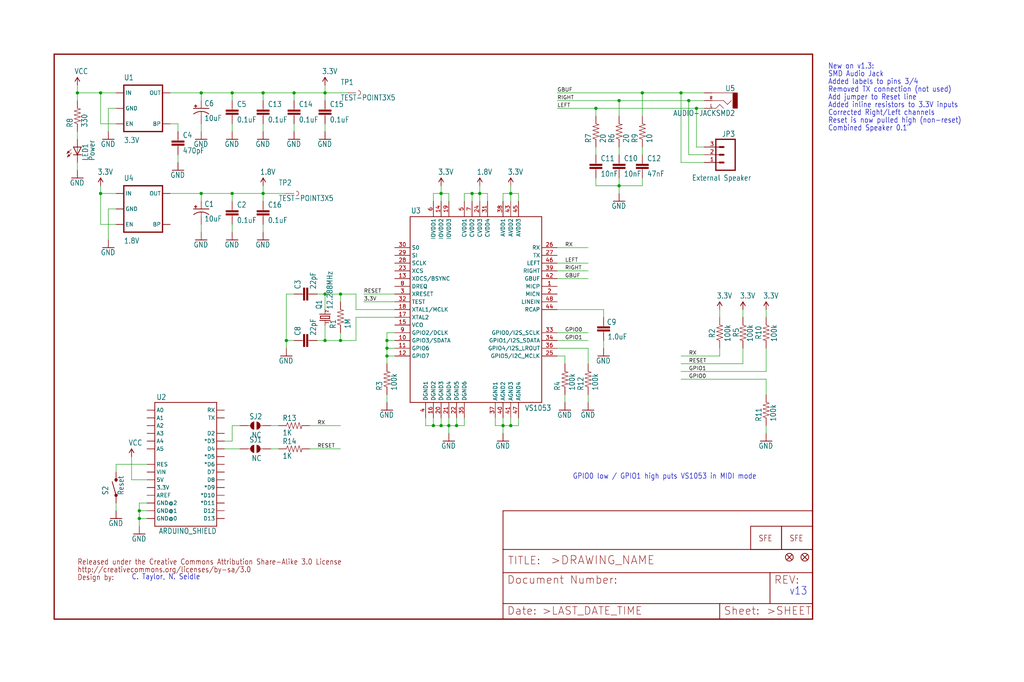
<source format=kicad_sch>
(kicad_sch (version 20211123) (generator eeschema)
  (paper "User" 336.093 223.926)
  (lib_symbols
    (symbol "schematicEagle-eagle-import:1.8V" (power)
      (property "Value" "1.8V" (at -1.016 3.556 0))
      (symbol "1.8V_1_0"
        (pin power_in line (at 0 0 90) (length 2.54) (name "1.8V") (number "1"))
      )
    )
    (symbol "schematicEagle-eagle-import:3.3V" (power)
      (property "Value" "3.3V" (at -1.016 3.556 0))
      (symbol "3.3V_1_0"
        (pin power_in line (at 0 0 90) (length 2.54) (name "3.3V") (number "1"))
      )
    )
    (symbol "schematicEagle-eagle-import:ARDUINO_SHIELDLABEL"
      (property "Reference" "U" (at -9.652 21.082 0))
      (property "Value" "ARDUINO_SHIELDLABEL" (at -8.89 -22.86 0))
      (symbol "ARDUINO_SHIELDLABEL_1_0"
        (pin bidirectional line (at -12.7 -7.62 0) (length 2.54) (name "3.3V") (number "3.3V"))
        (pin bidirectional line (at -12.7 -5.08 0) (length 2.54) (name "5V") (number "5V"))
        (pin bidirectional line (at -12.7 17.78 0) (length 2.54) (name "A0") (number "A0"))
        (pin bidirectional line (at -12.7 15.24 0) (length 2.54) (name "A1") (number "A1"))
        (pin bidirectional line (at -12.7 12.7 0) (length 2.54) (name "A2") (number "A2"))
        (pin bidirectional line (at -12.7 10.16 0) (length 2.54) (name "A3") (number "A3"))
        (pin bidirectional line (at -12.7 7.62 0) (length 2.54) (name "A4") (number "A4"))
        (pin bidirectional line (at -12.7 5.08 0) (length 2.54) (name "A5") (number "A5"))
        (pin bidirectional line (at -12.7 -10.16 0) (length 2.54) (name "AREF") (number "AREF"))
        (pin bidirectional line (at 12.7 -10.16 180) (length 2.54) (name "*D10") (number "D10"))
        (pin bidirectional line (at 12.7 -12.7 180) (length 2.54) (name "*D11") (number "D11"))
        (pin bidirectional line (at 12.7 -15.24 180) (length 2.54) (name "D12") (number "D12"))
        (pin bidirectional line (at 12.7 -17.78 180) (length 2.54) (name "D13") (number "D13"))
        (pin bidirectional line (at 12.7 10.16 180) (length 2.54) (name "D2") (number "D2"))
        (pin bidirectional line (at 12.7 7.62 180) (length 2.54) (name "*D3") (number "D3"))
        (pin bidirectional line (at 12.7 5.08 180) (length 2.54) (name "D4") (number "D4"))
        (pin bidirectional line (at 12.7 2.54 180) (length 2.54) (name "*D5") (number "D5"))
        (pin bidirectional line (at 12.7 0 180) (length 2.54) (name "*D6") (number "D6"))
        (pin bidirectional line (at 12.7 -2.54 180) (length 2.54) (name "D7") (number "D7"))
        (pin bidirectional line (at 12.7 -5.08 180) (length 2.54) (name "D8") (number "D8"))
        (pin bidirectional line (at 12.7 -7.62 180) (length 2.54) (name "*D9") (number "D9"))
        (pin bidirectional line (at -12.7 -17.78 0) (length 2.54) (name "GND@0") (number "GND@0"))
        (pin bidirectional line (at -12.7 -15.24 0) (length 2.54) (name "GND@1") (number "GND@1"))
        (pin bidirectional line (at -12.7 -12.7 0) (length 2.54) (name "GND@2") (number "GND@2"))
        (pin bidirectional line (at -12.7 0 0) (length 2.54) (name "RES") (number "RES"))
        (pin bidirectional line (at 12.7 17.78 180) (length 2.54) (name "RX") (number "RX"))
        (pin bidirectional line (at 12.7 15.24 180) (length 2.54) (name "TX") (number "TX"))
        (pin bidirectional line (at -12.7 -2.54 0) (length 2.54) (name "VIN") (number "VIN"))
      )
    )
    (symbol "schematicEagle-eagle-import:AUDIO-JACKSMD2"
      (property "Reference" "U" (at -5.08 3.048 0))
      (property "Value" "AUDIO-JACKSMD2" (at -5.08 -5.08 0))
      (symbol "AUDIO-JACKSMD2_1_0"
        (text "L" (at 2.286 -2.286 0) (effects (font (size 1.016 0.8636) (thickness 0.1727) bold) (justify left bottom)))
        (text "R" (at 2.286 0.254 0) (effects (font (size 1.016 0.8636) (thickness 0.1727) bold) (justify left bottom)))
        (pin bidirectional line (at 5.08 0 180) (length 2.54) (name "RIGHT") (number "RING"))
        (pin bidirectional line (at 5.08 2.54 180) (length 2.54) (name "SLEEVE") (number "SLEEVE"))
        (pin bidirectional line (at 5.08 -2.54 180) (length 2.54) (name "LEFT") (number "TIP"))
      )
    )
    (symbol "schematicEagle-eagle-import:CAP0402-CAP"
      (property "Reference" "C" (at 1.524 2.921 0))
      (property "Value" "CAP0402-CAP" (at 1.524 -2.159 0))
      (symbol "CAP0402-CAP_1_0"
        (pin passive line (at 0 5.08 270) (length 2.54) (name "1") (number "1"))
        (pin passive line (at 0 -2.54 90) (length 2.54) (name "2") (number "2"))
      )
    )
    (symbol "schematicEagle-eagle-import:CAP_POL1206"
      (property "Reference" "C" (at 1.016 0.635 0))
      (property "Value" "CAP_POL1206" (at 1.016 -4.191 0))
      (symbol "CAP_POL1206_1_0"
        (pin passive line (at 0 2.54 270) (length 2.54) (name "+") (number "A"))
        (pin passive line (at 0 -5.08 90) (length 2.54) (name "-") (number "C"))
      )
    )
    (symbol "schematicEagle-eagle-import:CREATIVE_COMMONS"
      (symbol "CREATIVE_COMMONS_1_0"
        (text "Design by:" (at 0 0 0) (effects (font (size 1.778 1.5113)) (justify left bottom)))
        (text "http://creativecommons.org/licenses/by-sa/3.0" (at 0 2.54 0) (effects (font (size 1.778 1.5113)) (justify left bottom)))
        (text "Released under the Creative Commons Attribution Share-Alike 3.0 License" (at 0 5.08 0) (effects (font (size 1.778 1.5113)) (justify left bottom)))
      )
    )
    (symbol "schematicEagle-eagle-import:CRYSTAL5X3"
      (property "Reference" "Y" (at 2.54 1.016 0))
      (property "Value" "CRYSTAL5X3" (at 2.54 -2.54 0))
      (symbol "CRYSTAL5X3_1_0"
        (text "1" (at -2.159 -1.143 0) (effects (font (size 0.8636 0.734)) (justify left bottom)))
        (text "2" (at 1.524 -1.143 0) (effects (font (size 0.8636 0.734)) (justify left bottom)))
        (pin passive line (at -2.54 0 0) (length 0) (name "1") (number "1"))
        (pin passive line (at 2.54 0 180) (length 0) (name "2") (number "3"))
      )
    )
    (symbol "schematicEagle-eagle-import:FIDUCIAL1X2")
    (symbol "schematicEagle-eagle-import:FRAME-LETTER"
      (symbol "FRAME-LETTER_2_0"
        (text ">DRAWING_NAME" (at 15.494 17.78 0) (effects (font (size 2.7432 2.7432)) (justify left bottom)))
        (text ">LAST_DATE_TIME" (at 12.7 1.27 0) (effects (font (size 2.54 2.54)) (justify left bottom)))
        (text ">SHEET" (at 86.36 1.27 0) (effects (font (size 2.54 2.54)) (justify left bottom)))
        (text "Date:" (at 1.27 1.27 0) (effects (font (size 2.54 2.54)) (justify left bottom)))
        (text "Document Number:" (at 1.27 11.43 0) (effects (font (size 2.54 2.54)) (justify left bottom)))
        (text "REV:" (at 88.9 11.43 0) (effects (font (size 2.54 2.54)) (justify left bottom)))
        (text "Sheet:" (at 72.39 1.27 0) (effects (font (size 2.54 2.54)) (justify left bottom)))
        (text "TITLE:" (at 1.524 17.78 0) (effects (font (size 2.54 2.54)) (justify left bottom)))
      )
    )
    (symbol "schematicEagle-eagle-import:GND" (power)
      (property "Value" "GND" (at -2.54 -2.54 0))
      (symbol "GND_1_0"
        (pin power_in line (at 0 2.54 270) (length 2.54) (name "GND") (number "1"))
      )
    )
    (symbol "schematicEagle-eagle-import:LED0603"
      (property "Reference" "LED" (at 3.556 -4.572 90))
      (property "Value" "LED0603" (at 5.715 -4.572 90))
      (symbol "LED0603_1_0"
        (pin passive line (at 0 2.54 270) (length 2.54) (name "A") (number "A"))
        (pin passive line (at 0 -5.08 90) (length 2.54) (name "C") (number "C"))
      )
    )
    (symbol "schematicEagle-eagle-import:LOGO-SFENEW"
      (symbol "LOGO-SFENEW_1_0"
        (text "SFE" (at 0 0 0) (effects (font (size 1.9304 1.6408)) (justify left bottom)))
      )
    )
    (symbol "schematicEagle-eagle-import:M03PTH"
      (property "Reference" "JP" (at -2.54 5.842 0))
      (property "Value" "M03PTH" (at -2.54 -7.62 0))
      (symbol "M03PTH_1_0"
        (pin passive line (at 7.62 -2.54 180) (length 5.08) (name "1") (number "1"))
        (pin passive line (at 7.62 0 180) (length 5.08) (name "2") (number "2"))
        (pin passive line (at 7.62 2.54 180) (length 5.08) (name "3") (number "3"))
      )
    )
    (symbol "schematicEagle-eagle-import:RESISTOR0402-RES"
      (property "Reference" "R" (at -3.81 1.4986 0))
      (property "Value" "RESISTOR0402-RES" (at -3.81 -3.302 0))
      (symbol "RESISTOR0402-RES_1_0"
        (pin passive line (at -5.08 0 0) (length 2.54) (name "1") (number "1"))
        (pin passive line (at 5.08 0 180) (length 2.54) (name "2") (number "2"))
      )
    )
    (symbol "schematicEagle-eagle-import:SOLDERJUMPERTRACE"
      (property "Reference" "SJ" (at -2.54 2.54 0))
      (property "Value" "SOLDERJUMPERTRACE" (at -2.54 -5.08 0))
      (symbol "SOLDERJUMPERTRACE_1_0"
        (pin passive line (at -5.08 0 0) (length 2.54) (name "1") (number "1"))
        (pin passive line (at 5.08 0 180) (length 2.54) (name "2") (number "2"))
      )
    )
    (symbol "schematicEagle-eagle-import:SWITCH-MOMENTARY-2SMD"
      (property "Reference" "S" (at -2.54 2.54 0))
      (property "Value" "SWITCH-MOMENTARY-2SMD" (at -2.54 -2.54 0))
      (symbol "SWITCH-MOMENTARY-2SMD_1_0"
        (pin passive line (at -5.08 0 0) (length 2.54) (name "1") (number "1"))
        (pin passive line (at 5.08 0 180) (length 2.54) (name "2") (number "3"))
      )
    )
    (symbol "schematicEagle-eagle-import:TEST-POINT3X5"
      (property "Reference" "TP" (at -2.54 2.54 0))
      (property "Value" "TEST-POINT3X5" (at -2.54 -2.54 0))
      (symbol "TEST-POINT3X5_1_0"
        (pin bidirectional line (at 0 0 180) (length 0) (name "1") (number "P$1"))
      )
    )
    (symbol "schematicEagle-eagle-import:VCC" (power)
      (property "Value" "VCC" (at -1.016 3.556 0))
      (symbol "VCC_1_0"
        (pin power_in line (at 0 0 90) (length 2.54) (name "VCC") (number "1"))
      )
    )
    (symbol "schematicEagle-eagle-import:VS1033"
      (property "Reference" "U" (at -20.32 31.242 0))
      (property "Value" "VS1033" (at -20.32 -33.02 0))
      (symbol "VS1033_1_0"
        (pin bidirectional line (at 27.94 7.62 180) (length 5.08) (name "MICP") (number "1"))
        (pin bidirectional line (at -25.4 -10.16 0) (length 5.08) (name "GPIO3/SDATA") (number "10"))
        (pin bidirectional line (at -25.4 -12.7 0) (length 5.08) (name "GPIO6") (number "11"))
        (pin bidirectional line (at -25.4 -15.24 0) (length 5.08) (name "GPIO7") (number "12"))
        (pin bidirectional line (at -25.4 10.16 0) (length 5.08) (name "XDCS/BSYNC") (number "13"))
        (pin bidirectional line (at -10.16 35.56 270) (length 5.08) (name "IOVDD2") (number "14"))
        (pin bidirectional line (at -25.4 -5.08 0) (length 5.08) (name "VCO") (number "15"))
        (pin bidirectional line (at -12.7 -35.56 90) (length 5.08) (name "DGND2") (number "16"))
        (pin bidirectional line (at -25.4 -2.54 0) (length 5.08) (name "XTAL2") (number "17"))
        (pin bidirectional line (at -25.4 0 0) (length 5.08) (name "XTAL1/MCLK") (number "18"))
        (pin bidirectional line (at -7.62 35.56 270) (length 5.08) (name "IOVDD3") (number "19"))
        (pin bidirectional line (at 27.94 5.08 180) (length 5.08) (name "MICN") (number "2"))
        (pin bidirectional line (at -10.16 -35.56 90) (length 5.08) (name "DGND3") (number "20"))
        (pin bidirectional line (at -7.62 -35.56 90) (length 5.08) (name "DGND4") (number "21"))
        (pin bidirectional line (at -5.08 -35.56 90) (length 5.08) (name "DGND5") (number "22"))
        (pin bidirectional line (at -25.4 12.7 0) (length 5.08) (name "XCS") (number "23"))
        (pin bidirectional line (at 2.54 35.56 270) (length 5.08) (name "CVDD3") (number "24"))
        (pin bidirectional line (at 27.94 -15.24 180) (length 5.08) (name "GPIO5/I2C_MCLK") (number "25"))
        (pin bidirectional line (at 27.94 20.32 180) (length 5.08) (name "RX") (number "26"))
        (pin bidirectional line (at 27.94 17.78 180) (length 5.08) (name "TX") (number "27"))
        (pin bidirectional line (at -25.4 15.24 0) (length 5.08) (name "SCLK") (number "28"))
        (pin bidirectional line (at -25.4 17.78 0) (length 5.08) (name "SI") (number "29"))
        (pin bidirectional line (at -25.4 5.08 0) (length 5.08) (name "XRESET") (number "3"))
        (pin bidirectional line (at -25.4 20.32 0) (length 5.08) (name "S0") (number "30"))
        (pin bidirectional line (at 5.08 35.56 270) (length 5.08) (name "CVDD4") (number "31"))
        (pin bidirectional line (at -25.4 2.54 0) (length 5.08) (name "TEST") (number "32"))
        (pin bidirectional line (at 27.94 -7.62 180) (length 5.08) (name "GPIO0/I2S_SCLK") (number "33"))
        (pin bidirectional line (at 27.94 -10.16 180) (length 5.08) (name "GPIO1/I2S_SDATA") (number "34"))
        (pin bidirectional line (at -2.54 -35.56 90) (length 5.08) (name "DGND6") (number "35"))
        (pin bidirectional line (at 27.94 -12.7 180) (length 5.08) (name "GPIO4/I2S_LROUT") (number "36"))
        (pin bidirectional line (at 7.62 -35.56 90) (length 5.08) (name "AGND1") (number "37"))
        (pin bidirectional line (at 10.16 35.56 270) (length 5.08) (name "AVDD1") (number "38"))
        (pin bidirectional line (at 27.94 12.7 180) (length 5.08) (name "RIGHT") (number "39"))
        (pin bidirectional line (at -15.24 -35.56 90) (length 5.08) (name "DGND1") (number "4"))
        (pin bidirectional line (at 10.16 -35.56 90) (length 5.08) (name "AGND2") (number "40"))
        (pin bidirectional line (at 12.7 -35.56 90) (length 5.08) (name "AGND3") (number "41"))
        (pin bidirectional line (at 27.94 10.16 180) (length 5.08) (name "GBUF") (number "42"))
        (pin bidirectional line (at 12.7 35.56 270) (length 5.08) (name "AVDD2") (number "43"))
        (pin bidirectional line (at 27.94 0 180) (length 5.08) (name "RCAP") (number "44"))
        (pin bidirectional line (at 15.24 35.56 270) (length 5.08) (name "AVDD3") (number "45"))
        (pin bidirectional line (at 27.94 15.24 180) (length 5.08) (name "LEFT") (number "46"))
        (pin bidirectional line (at 15.24 -35.56 90) (length 5.08) (name "AGND4") (number "47"))
        (pin bidirectional line (at 27.94 2.54 180) (length 5.08) (name "LINEIN") (number "48"))
        (pin bidirectional line (at -2.54 35.56 270) (length 5.08) (name "CVDD1") (number "5"))
        (pin bidirectional line (at -12.7 35.56 270) (length 5.08) (name "IOVDD1") (number "6"))
        (pin bidirectional line (at 0 35.56 270) (length 5.08) (name "CVDD2") (number "7"))
        (pin bidirectional line (at -25.4 7.62 0) (length 5.08) (name "DREQ") (number "8"))
        (pin bidirectional line (at -25.4 -7.62 0) (length 5.08) (name "GPIO2/DCLK") (number "9"))
      )
    )
    (symbol "schematicEagle-eagle-import:V_REG_LDOSMD"
      (property "Reference" "U" (at -7.62 9.144 0))
      (property "Value" "V_REG_LDOSMD" (at -7.62 -11.43 0))
      (symbol "V_REG_LDOSMD_1_0"
        (pin input line (at -10.16 5.08 0) (length 2.54) (name "IN") (number "1"))
        (pin input line (at -10.16 0 0) (length 2.54) (name "GND") (number "2"))
        (pin input line (at -10.16 -5.08 0) (length 2.54) (name "EN") (number "3"))
        (pin input line (at 7.62 -5.08 180) (length 2.54) (name "BP") (number "4"))
        (pin passive line (at 7.62 5.08 180) (length 2.54) (name "OUT") (number "5"))
      )
    )
    (symbol "schematicEagle-eagle-import:V_REG_LDOSMD2"
      (property "Reference" "U" (at -7.62 9.144 0))
      (property "Value" "V_REG_LDOSMD2" (at -7.62 -11.43 0))
      (symbol "V_REG_LDOSMD2_1_0"
        (pin input line (at -10.16 5.08 0) (length 2.54) (name "IN") (number "1"))
        (pin input line (at -10.16 0 0) (length 2.54) (name "GND") (number "2"))
        (pin input line (at -10.16 -5.08 0) (length 2.54) (name "EN") (number "3"))
        (pin input line (at 7.62 -5.08 180) (length 2.54) (name "BP") (number "4"))
        (pin passive line (at 7.62 5.08 180) (length 2.54) (name "OUT") (number "5"))
      )
    )
  )
  (junction (at 111.76 111.76))
  (junction (at 167.64 139.7))
  (junction (at 111.76 96.52))
  (junction (at 45.72 170.18))
  (junction (at 226.06 33.02))
  (junction (at 127 116.84))
  (junction (at 144.78 139.7))
  (junction (at 106.68 96.52))
  (junction (at 45.72 167.64))
  (junction (at 66.04 30.48))
  (junction (at 33.02 63.5))
  (junction (at 149.86 139.7))
  (junction (at 93.98 111.76))
  (junction (at 165.1 139.7))
  (junction (at 106.68 111.76))
  (junction (at 147.32 139.7))
  (junction (at 66.04 63.5))
  (junction (at 144.78 63.5))
  (junction (at 33.02 30.48))
  (junction (at 223.52 30.48))
  (junction (at 86.36 30.48))
  (junction (at 106.68 30.48))
  (junction (at 76.2 30.48))
  (junction (at 127 111.76))
  (junction (at 157.48 63.5))
  (junction (at 96.52 30.48))
  (junction (at 210.82 30.48))
  (junction (at 142.24 139.7))
  (junction (at 154.94 63.5))
  (junction (at 167.64 63.5))
  (junction (at 127 114.3))
  (junction (at 228.6 35.56))
  (junction (at 86.36 63.5))
  (junction (at 25.4 30.48))
  (junction (at 203.2 60.96))
  (junction (at 76.2 63.5))
  (junction (at 195.58 35.56))
  (junction (at 203.2 33.02))
  (wire (pts (xy 111.76 109.22) (xy 111.76 111.76)))
  (wire (pts (xy 129.54 109.22) (xy 127 109.22)))
  (wire (pts (xy 147.32 63.5) (xy 147.32 66.04)))
  (wire (pts (xy 96.52 43.18) (xy 96.52 40.64)))
  (wire (pts (xy 101.6 147.32) (xy 111.76 147.32)))
  (wire (pts (xy 228.6 35.56) (xy 228.6 48.26)))
  (wire (pts (xy 203.2 60.96) (xy 203.2 58.42)))
  (wire (pts (xy 157.48 63.5) (xy 157.48 60.96)))
  (wire (pts (xy 38.1 167.64) (xy 38.1 165.1)))
  (wire (pts (xy 182.88 109.22) (xy 193.04 109.22)))
  (wire (pts (xy 182.88 116.84) (xy 185.42 116.84)))
  (wire (pts (xy 167.64 137.16) (xy 167.64 139.7)))
  (wire (pts (xy 195.58 48.26) (xy 195.58 50.8)))
  (wire (pts (xy 182.88 101.6) (xy 198.12 101.6)))
  (wire (pts (xy 142.24 66.04) (xy 142.24 63.5)))
  (wire (pts (xy 106.68 101.6) (xy 106.68 96.52)))
  (wire (pts (xy 223.52 30.48) (xy 210.82 30.48)))
  (wire (pts (xy 33.02 73.66) (xy 38.1 73.66)))
  (wire (pts (xy 127 109.22) (xy 127 111.76)))
  (wire (pts (xy 106.68 106.68) (xy 106.68 111.76)))
  (wire (pts (xy 25.4 30.48) (xy 25.4 33.02)))
  (wire (pts (xy 127 119.38) (xy 127 116.84)))
  (wire (pts (xy 38.1 154.94) (xy 38.1 152.4)))
  (wire (pts (xy 86.36 63.5) (xy 86.36 66.04)))
  (wire (pts (xy 144.78 137.16) (xy 144.78 139.7)))
  (wire (pts (xy 142.24 137.16) (xy 142.24 139.7)))
  (wire (pts (xy 116.84 101.6) (xy 129.54 101.6)))
  (wire (pts (xy 88.9 139.7) (xy 91.44 139.7)))
  (wire (pts (xy 152.4 139.7) (xy 149.86 139.7)))
  (wire (pts (xy 114.3 30.48) (xy 106.68 30.48)))
  (wire (pts (xy 25.4 45.72) (xy 25.4 43.18)))
  (wire (pts (xy 76.2 33.02) (xy 76.2 30.48)))
  (wire (pts (xy 66.04 66.04) (xy 66.04 63.5)))
  (wire (pts (xy 251.46 101.6) (xy 251.46 104.14)))
  (wire (pts (xy 152.4 66.04) (xy 152.4 63.5)))
  (wire (pts (xy 76.2 144.78) (xy 76.2 139.7)))
  (wire (pts (xy 210.82 30.48) (xy 182.88 30.48)))
  (wire (pts (xy 223.52 119.38) (xy 243.84 119.38)))
  (wire (pts (xy 93.98 96.52) (xy 93.98 111.76)))
  (wire (pts (xy 76.2 30.48) (xy 86.36 30.48)))
  (wire (pts (xy 66.04 63.5) (xy 76.2 63.5)))
  (wire (pts (xy 193.04 114.3) (xy 193.04 119.38)))
  (wire (pts (xy 193.04 132.08) (xy 193.04 129.54)))
  (wire (pts (xy 152.4 63.5) (xy 154.94 63.5)))
  (wire (pts (xy 157.48 63.5) (xy 160.02 63.5)))
  (wire (pts (xy 86.36 30.48) (xy 86.36 33.02)))
  (wire (pts (xy 58.42 53.34) (xy 58.42 50.8)))
  (wire (pts (xy 243.84 101.6) (xy 243.84 104.14)))
  (wire (pts (xy 106.68 96.52) (xy 111.76 96.52)))
  (wire (pts (xy 33.02 63.5) (xy 33.02 73.66)))
  (wire (pts (xy 104.14 96.52) (xy 106.68 96.52)))
  (wire (pts (xy 231.14 35.56) (xy 228.6 35.56)))
  (wire (pts (xy 106.68 43.18) (xy 106.68 40.64)))
  (wire (pts (xy 76.2 63.5) (xy 86.36 63.5)))
  (wire (pts (xy 195.58 60.96) (xy 203.2 60.96)))
  (wire (pts (xy 129.54 116.84) (xy 127 116.84)))
  (wire (pts (xy 198.12 111.76) (xy 198.12 114.3)))
  (wire (pts (xy 38.1 35.56) (xy 35.56 35.56)))
  (wire (pts (xy 167.64 63.5) (xy 170.18 63.5)))
  (wire (pts (xy 93.98 111.76) (xy 93.98 114.3)))
  (wire (pts (xy 195.58 38.1) (xy 195.58 35.56)))
  (wire (pts (xy 182.88 111.76) (xy 193.04 111.76)))
  (wire (pts (xy 66.04 30.48) (xy 76.2 30.48)))
  (wire (pts (xy 45.72 170.18) (xy 45.72 172.72)))
  (wire (pts (xy 45.72 167.64) (xy 45.72 170.18)))
  (wire (pts (xy 152.4 137.16) (xy 152.4 139.7)))
  (wire (pts (xy 198.12 101.6) (xy 198.12 104.14)))
  (wire (pts (xy 195.58 58.42) (xy 195.58 60.96)))
  (wire (pts (xy 106.68 111.76) (xy 104.14 111.76)))
  (wire (pts (xy 223.52 124.46) (xy 251.46 124.46)))
  (wire (pts (xy 165.1 137.16) (xy 165.1 139.7)))
  (wire (pts (xy 165.1 66.04) (xy 165.1 63.5)))
  (wire (pts (xy 226.06 50.8) (xy 226.06 33.02)))
  (wire (pts (xy 86.36 76.2) (xy 86.36 73.66)))
  (wire (pts (xy 93.98 63.5) (xy 86.36 63.5)))
  (wire (pts (xy 101.6 139.7) (xy 111.76 139.7)))
  (wire (pts (xy 154.94 66.04) (xy 154.94 63.5)))
  (wire (pts (xy 48.26 157.48) (xy 43.18 157.48)))
  (wire (pts (xy 73.66 144.78) (xy 76.2 144.78)))
  (wire (pts (xy 203.2 50.8) (xy 203.2 48.26)))
  (wire (pts (xy 25.4 30.48) (xy 25.4 27.94)))
  (wire (pts (xy 231.14 53.34) (xy 223.52 53.34)))
  (wire (pts (xy 226.06 33.02) (xy 231.14 33.02)))
  (wire (pts (xy 33.02 60.96) (xy 33.02 63.5)))
  (wire (pts (xy 195.58 35.56) (xy 182.88 35.56)))
  (wire (pts (xy 38.1 40.64) (xy 33.02 40.64)))
  (wire (pts (xy 223.52 30.48) (xy 223.52 53.34)))
  (wire (pts (xy 147.32 139.7) (xy 147.32 142.24)))
  (wire (pts (xy 58.42 40.64) (xy 58.42 43.18)))
  (wire (pts (xy 116.84 96.52) (xy 116.84 101.6)))
  (wire (pts (xy 106.68 30.48) (xy 106.68 33.02)))
  (wire (pts (xy 170.18 139.7) (xy 167.64 139.7)))
  (wire (pts (xy 76.2 40.64) (xy 76.2 43.18)))
  (wire (pts (xy 142.24 63.5) (xy 144.78 63.5)))
  (wire (pts (xy 170.18 137.16) (xy 170.18 139.7)))
  (wire (pts (xy 160.02 63.5) (xy 160.02 66.04)))
  (wire (pts (xy 48.26 170.18) (xy 45.72 170.18)))
  (wire (pts (xy 111.76 96.52) (xy 116.84 96.52)))
  (wire (pts (xy 111.76 99.06) (xy 111.76 96.52)))
  (wire (pts (xy 25.4 55.88) (xy 25.4 53.34)))
  (wire (pts (xy 223.52 30.48) (xy 231.14 30.48)))
  (wire (pts (xy 35.56 68.58) (xy 35.56 78.74)))
  (wire (pts (xy 86.36 43.18) (xy 86.36 40.64)))
  (wire (pts (xy 182.88 91.44) (xy 193.04 91.44)))
  (wire (pts (xy 96.52 30.48) (xy 106.68 30.48)))
  (wire (pts (xy 55.88 40.64) (xy 58.42 40.64)))
  (wire (pts (xy 182.88 33.02) (xy 203.2 33.02)))
  (wire (pts (xy 223.52 116.84) (xy 236.22 116.84)))
  (wire (pts (xy 203.2 38.1) (xy 203.2 33.02)))
  (wire (pts (xy 48.26 167.64) (xy 45.72 167.64)))
  (wire (pts (xy 129.54 96.52) (xy 119.38 96.52)))
  (wire (pts (xy 147.32 139.7) (xy 144.78 139.7)))
  (wire (pts (xy 157.48 66.04) (xy 157.48 63.5)))
  (wire (pts (xy 129.54 114.3) (xy 127 114.3)))
  (wire (pts (xy 78.74 139.7) (xy 76.2 139.7)))
  (wire (pts (xy 165.1 63.5) (xy 167.64 63.5)))
  (wire (pts (xy 111.76 111.76) (xy 106.68 111.76)))
  (wire (pts (xy 86.36 60.96) (xy 86.36 63.5)))
  (wire (pts (xy 129.54 104.14) (xy 116.84 104.14)))
  (wire (pts (xy 127 111.76) (xy 127 114.3)))
  (wire (pts (xy 251.46 121.92) (xy 251.46 114.3)))
  (wire (pts (xy 147.32 137.16) (xy 147.32 139.7)))
  (wire (pts (xy 228.6 48.26) (xy 231.14 48.26)))
  (wire (pts (xy 33.02 30.48) (xy 38.1 30.48)))
  (wire (pts (xy 129.54 99.06) (xy 119.38 99.06)))
  (wire (pts (xy 55.88 63.5) (xy 66.04 63.5)))
  (wire (pts (xy 142.24 139.7) (xy 139.7 139.7)))
  (wire (pts (xy 231.14 50.8) (xy 226.06 50.8)))
  (wire (pts (xy 170.18 63.5) (xy 170.18 66.04)))
  (wire (pts (xy 144.78 139.7) (xy 142.24 139.7)))
  (wire (pts (xy 144.78 66.04) (xy 144.78 63.5)))
  (wire (pts (xy 185.42 132.08) (xy 185.42 129.54)))
  (wire (pts (xy 33.02 40.64) (xy 33.02 30.48)))
  (wire (pts (xy 185.42 119.38) (xy 185.42 116.84)))
  (wire (pts (xy 116.84 104.14) (xy 116.84 111.76)))
  (wire (pts (xy 203.2 60.96) (xy 203.2 63.5)))
  (wire (pts (xy 236.22 116.84) (xy 236.22 114.3)))
  (wire (pts (xy 96.52 96.52) (xy 93.98 96.52)))
  (wire (pts (xy 48.26 152.4) (xy 38.1 152.4)))
  (wire (pts (xy 165.1 139.7) (xy 162.56 139.7)))
  (wire (pts (xy 243.84 119.38) (xy 243.84 114.3)))
  (wire (pts (xy 93.98 111.76) (xy 96.52 111.76)))
  (wire (pts (xy 251.46 142.24) (xy 251.46 139.7)))
  (wire (pts (xy 33.02 63.5) (xy 38.1 63.5)))
  (wire (pts (xy 210.82 48.26) (xy 210.82 50.8)))
  (wire (pts (xy 236.22 104.14) (xy 236.22 101.6)))
  (wire (pts (xy 78.74 147.32) (xy 73.66 147.32)))
  (wire (pts (xy 182.88 86.36) (xy 193.04 86.36)))
  (wire (pts (xy 162.56 139.7) (xy 162.56 137.16)))
  (wire (pts (xy 167.64 66.04) (xy 167.64 63.5)))
  (wire (pts (xy 66.04 40.64) (xy 66.04 43.18)))
  (wire (pts (xy 127 132.08) (xy 127 129.54)))
  (wire (pts (xy 129.54 111.76) (xy 127 111.76)))
  (wire (pts (xy 139.7 139.7) (xy 139.7 137.16)))
  (wire (pts (xy 76.2 66.04) (xy 76.2 63.5)))
  (wire (pts (xy 127 114.3) (xy 127 116.84)))
  (wire (pts (xy 66.04 33.02) (xy 66.04 30.48)))
  (wire (pts (xy 210.82 60.96) (xy 203.2 60.96)))
  (wire (pts (xy 43.18 149.86) (xy 43.18 157.48)))
  (wire (pts (xy 86.36 30.48) (xy 96.52 30.48)))
  (wire (pts (xy 210.82 38.1) (xy 210.82 30.48)))
  (wire (pts (xy 251.46 129.54) (xy 251.46 124.46)))
  (wire (pts (xy 66.04 73.66) (xy 66.04 76.2)))
  (wire (pts (xy 55.88 30.48) (xy 66.04 30.48)))
  (wire (pts (xy 48.26 165.1) (xy 45.72 165.1)))
  (wire (pts (xy 106.68 27.94) (xy 106.68 30.48)))
  (wire (pts (xy 33.02 30.48) (xy 25.4 30.48)))
  (wire (pts (xy 76.2 73.66) (xy 76.2 76.2)))
  (wire (pts (xy 203.2 33.02) (xy 226.06 33.02)))
  (wire (pts (xy 91.44 147.32) (xy 88.9 147.32)))
  (wire (pts (xy 149.86 139.7) (xy 147.32 139.7)))
  (wire (pts (xy 182.88 81.28) (xy 193.04 81.28)))
  (wire (pts (xy 144.78 63.5) (xy 147.32 63.5)))
  (wire (pts (xy 210.82 58.42) (xy 210.82 60.96)))
  (wire (pts (xy 45.72 165.1) (xy 45.72 167.64)))
  (wire (pts (xy 154.94 63.5) (xy 157.48 63.5)))
  (wire (pts (xy 116.84 111.76) (xy 111.76 111.76)))
  (wire (pts (xy 223.52 121.92) (xy 251.46 121.92)))
  (wire (pts (xy 165.1 139.7) (xy 165.1 142.24)))
  (wire (pts (xy 167.64 139.7) (xy 165.1 139.7)))
  (wire (pts (xy 149.86 137.16) (xy 149.86 139.7)))
  (wire (pts (xy 167.64 63.5) (xy 167.64 60.96)))
  (wire (pts (xy 182.88 114.3) (xy 193.04 114.3)))
  (wire (pts (xy 96.52 30.48) (xy 96.52 33.02)))
  (wire (pts (xy 182.88 88.9) (xy 193.04 88.9)))
  (wire (pts (xy 38.1 68.58) (xy 35.56 68.58)))
  (wire (pts (xy 144.78 60.96) (xy 144.78 63.5)))
  (wire (pts (xy 35.56 35.56) (xy 35.56 43.18)))
  (wire (pts (xy 228.6 35.56) (xy 195.58 35.56)))
  (text "v13" (at 259.08 195.58 180) (effects (font (size 2.54 2.159)) (justify left bottom)))
  (text "Add jumper to Reset line" (at 271.78 33.02 180) (effects (font (size 1.778 1.5113)) (justify left bottom)))
  (text "SMD Audio Jack" (at 271.78 25.4 180) (effects (font (size 1.778 1.5113)) (justify left bottom)))
  (text "Corrected Right/Left channels" (at 271.78 38.1 180) (effects (font (size 1.778 1.5113)) (justify left bottom)))
  (text "Added labels to pins 3/4" (at 271.78 27.94 180) (effects (font (size 1.778 1.5113)) (justify left bottom)))
  (text "Combined Speaker 0.1\"" (at 271.78 43.18 180) (effects (font (size 1.778 1.5113)) (justify left bottom)))
  (text "New on v1.3:" (at 271.78 22.86 180) (effects (font (size 1.778 1.5113)) (justify left bottom)))
  (text "Removed TX connection (not used)" (at 271.78 30.48 180) (effects (font (size 1.778 1.5113)) (justify left bottom)))
  (text "GPIO0 low / GPIO1 high puts VS1053 in MIDI mode" (at 187.96 157.48 180) (effects (font (size 1.778 1.5113)) (justify left bottom)))
  (text "Added inline resistors to 3.3V inputs" (at 271.78 35.56 180) (effects (font (size 1.778 1.5113)) (justify left bottom)))
  (text "Reset is now pulled high (non-reset)" (at 271.78 40.64 180) (effects (font (size 1.778 1.5113)) (justify left bottom)))
  (text "C. Taylor, N. Seidle" (at 43.18 190.5 180) (effects (font (size 1.778 1.5113)) (justify left bottom)))
  (label "GBUF" (at 182.88 30.48 0) (effects (font (size 1.2446 1.2446))))
  (label "RESET" (at 226.06 119.38 0) (effects (font (size 1.2446 1.2446))))
  (label "GBUF" (at 185.42 91.44 0) (effects (font (size 1.2446 1.2446))))
  (label "RIGHT" (at 182.88 33.02 0) (effects (font (size 1.2446 1.2446))))
  (label "LEFT" (at 185.42 86.36 0) (effects (font (size 1.2446 1.2446))))
  (label "GPIO1" (at 226.06 121.92 0) (effects (font (size 1.2446 1.2446))))
  (label "RX" (at 104.14 139.7 0) (effects (font (size 1.2446 1.2446))))
  (label "LEFT" (at 182.88 35.56 0) (effects (font (size 1.2446 1.2446))))
  (label "GPIO0" (at 185.42 109.22 0) (effects (font (size 1.2446 1.2446))))
  (label "RESET" (at 104.14 147.32 0) (effects (font (size 1.2446 1.2446))))
  (label "GPIO0" (at 226.06 124.46 0) (effects (font (size 1.2446 1.2446))))
  (label "RX" (at 185.42 81.28 0) (effects (font (size 1.2446 1.2446))))
  (label "GPIO1" (at 185.42 111.76 0) (effects (font (size 1.2446 1.2446))))
  (label "RIGHT" (at 185.42 88.9 0) (effects (font (size 1.2446 1.2446))))
  (label "RESET" (at 119.38 96.52 0) (effects (font (size 1.2446 1.2446))))
  (label "RX" (at 226.06 116.84 0) (effects (font (size 1.2446 1.2446))))
  (label "3.3V" (at 119.38 99.06 0) (effects (font (size 1.2446 1.2446))))
  (symbol (lib_id "schematicEagle-eagle-import:GND") (at 93.98 116.84 0) (unit 1)
    (property "Reference" "#GND8" (effects hide))
    (property "Value" "GND" (at 91.44 119.38 0) (effects (font (size 1.778 1.5113)) (justify left bottom)))
    (property "Footprint" "schematicEagle:" (effects hide))
  )
  (symbol (lib_id "schematicEagle-eagle-import:GND") (at 198.12 116.84 0) (unit 1)
    (property "Reference" "#GND12" (effects hide))
    (property "Value" "GND" (at 195.58 119.38 0) (effects (font (size 1.778 1.5113)) (justify left bottom)))
    (property "Footprint" "schematicEagle:" (effects hide))
  )
  (symbol (lib_id "schematicEagle-eagle-import:CAP0402-CAP") (at 210.82 55.88 0) (unit 1)
    (property "Reference" "C12" (at 212.344 52.959 0) (effects (font (size 1.778 1.5113)) (justify left bottom)))
    (property "Value" "47nF" (at 212.344 58.039 0) (effects (font (size 1.778 1.5113)) (justify left bottom)))
    (property "Footprint" "schematicEagle:0402-CAP" (effects hide))
  )
  (symbol (lib_id "schematicEagle-eagle-import:1.8V") (at 157.48 60.96 0) (unit 1)
    (property "Reference" "#U$2" (effects hide))
    (property "Value" "1.8V" (at 156.464 57.404 0) (effects (font (size 1.778 1.5113)) (justify left bottom)))
    (property "Footprint" "schematicEagle:" (effects hide))
  )
  (symbol (lib_id "schematicEagle-eagle-import:CAP0402-CAP") (at 203.2 55.88 0) (unit 1)
    (property "Reference" "C10" (at 204.724 52.959 0) (effects (font (size 1.778 1.5113)) (justify left bottom)))
    (property "Value" "10nF" (at 204.724 58.039 0) (effects (font (size 1.778 1.5113)) (justify left bottom)))
    (property "Footprint" "schematicEagle:0402-CAP" (effects hide))
  )
  (symbol (lib_id "schematicEagle-eagle-import:GND") (at 147.32 144.78 0) (unit 1)
    (property "Reference" "#GND10" (effects hide))
    (property "Value" "GND" (at 144.78 147.32 0) (effects (font (size 1.778 1.5113)) (justify left bottom)))
    (property "Footprint" "schematicEagle:" (effects hide))
  )
  (symbol (lib_id "schematicEagle-eagle-import:RESISTOR0402-RES") (at 251.46 109.22 270) (unit 1)
    (property "Reference" "R10" (at 249.936 111.506 0) (effects (font (size 1.778 1.5113)) (justify right top)))
    (property "Value" "100k" (at 255.016 112.268 0) (effects (font (size 1.778 1.5113)) (justify right top)))
    (property "Footprint" "schematicEagle:0402-RES" (effects hide))
  )
  (symbol (lib_id "schematicEagle-eagle-import:RESISTOR0402-RES") (at 127 124.46 90) (unit 1)
    (property "Reference" "R3" (at 125.5014 128.27 0) (effects (font (size 1.778 1.5113)) (justify left bottom)))
    (property "Value" "100k" (at 130.302 128.27 0) (effects (font (size 1.778 1.5113)) (justify left bottom)))
    (property "Footprint" "schematicEagle:0402-RES" (effects hide))
  )
  (symbol (lib_id "schematicEagle-eagle-import:VCC") (at 43.18 149.86 0) (unit 1)
    (property "Reference" "#P+6" (effects hide))
    (property "Value" "VCC" (at 42.164 146.304 0) (effects (font (size 1.778 1.5113)) (justify left bottom)))
    (property "Footprint" "schematicEagle:" (effects hide))
  )
  (symbol (lib_id "schematicEagle-eagle-import:ARDUINO_SHIELDLABEL") (at 60.96 152.4 0) (unit 1)
    (property "Reference" "U2" (at 51.308 131.318 0) (effects (font (size 1.778 1.5113)) (justify left bottom)))
    (property "Value" "ARDUINO_SHIELD" (at 52.07 175.26 0) (effects (font (size 1.778 1.5113)) (justify left bottom)))
    (property "Footprint" "schematicEagle:DUEMILANOVE_SHIELD" (effects hide))
  )
  (symbol (lib_id "schematicEagle-eagle-import:GND") (at 66.04 78.74 0) (unit 1)
    (property "Reference" "#GND5" (effects hide))
    (property "Value" "GND" (at 63.5 81.28 0) (effects (font (size 1.778 1.5113)) (justify left bottom)))
    (property "Footprint" "schematicEagle:" (effects hide))
  )
  (symbol (lib_id "schematicEagle-eagle-import:CAP0402-CAP") (at 86.36 71.12 0) (unit 1)
    (property "Reference" "C16" (at 87.884 68.199 0) (effects (font (size 1.778 1.5113)) (justify left bottom)))
    (property "Value" "0.1uF" (at 87.884 73.279 0) (effects (font (size 1.778 1.5113)) (justify left bottom)))
    (property "Footprint" "schematicEagle:0402-CAP" (effects hide))
  )
  (symbol (lib_id "schematicEagle-eagle-import:RESISTOR0402-RES") (at 251.46 134.62 90) (unit 1)
    (property "Reference" "R11" (at 249.9614 138.43 0) (effects (font (size 1.778 1.5113)) (justify left bottom)))
    (property "Value" "100k" (at 254.762 138.43 0) (effects (font (size 1.778 1.5113)) (justify left bottom)))
    (property "Footprint" "schematicEagle:0402-RES" (effects hide))
  )
  (symbol (lib_id "schematicEagle-eagle-import:LOGO-SFENEW") (at 259.08 177.8 0) (unit 1)
    (property "Reference" "U$8" (effects hide))
    (property "Value" "LOGO-SFENEW" (effects hide))
    (property "Footprint" "schematicEagle:SFE-NEW-WEBLOGO" (effects hide))
  )
  (symbol (lib_id "schematicEagle-eagle-import:CAP0402-CAP") (at 58.42 48.26 0) (unit 1)
    (property "Reference" "C4" (at 59.944 45.339 0) (effects (font (size 1.778 1.5113)) (justify left bottom)))
    (property "Value" "470pF" (at 59.944 50.419 0) (effects (font (size 1.778 1.5113)) (justify left bottom)))
    (property "Footprint" "schematicEagle:0402-CAP" (effects hide))
  )
  (symbol (lib_id "schematicEagle-eagle-import:AUDIO-JACKSMD2") (at 236.22 33.02 0) (mirror y) (unit 1)
    (property "Reference" "U5" (at 241.3 29.972 0) (effects (font (size 1.778 1.5113)) (justify left bottom)))
    (property "Value" "AUDIO-JACKSMD2" (at 241.3 38.1 0) (effects (font (size 1.778 1.5113)) (justify left bottom)))
    (property "Footprint" "schematicEagle:AUDIO-JACK-3.5MM-SMD" (effects hide))
  )
  (symbol (lib_id "schematicEagle-eagle-import:3.3V") (at 33.02 60.96 0) (unit 1)
    (property "Reference" "#P+8" (effects hide))
    (property "Value" "3.3V" (at 32.004 57.404 0) (effects (font (size 1.778 1.5113)) (justify left bottom)))
    (property "Footprint" "schematicEagle:" (effects hide))
  )
  (symbol (lib_id "schematicEagle-eagle-import:LOGO-SFENEW") (at 248.92 177.8 0) (unit 1)
    (property "Reference" "U$7" (effects hide))
    (property "Value" "LOGO-SFENEW" (effects hide))
    (property "Footprint" "schematicEagle:SFE-NEW-WEBLOGO" (effects hide))
  )
  (symbol (lib_id "schematicEagle-eagle-import:RESISTOR0402-RES") (at 195.58 43.18 90) (unit 1)
    (property "Reference" "R7" (at 194.0814 46.99 0) (effects (font (size 1.778 1.5113)) (justify left bottom)))
    (property "Value" "20" (at 198.882 46.99 0) (effects (font (size 1.778 1.5113)) (justify left bottom)))
    (property "Footprint" "schematicEagle:0402-RES" (effects hide))
  )
  (symbol (lib_id "schematicEagle-eagle-import:GND") (at 203.2 66.04 0) (unit 1)
    (property "Reference" "#GND13" (effects hide))
    (property "Value" "GND" (at 200.66 68.58 0) (effects (font (size 1.778 1.5113)) (justify left bottom)))
    (property "Footprint" "schematicEagle:" (effects hide))
  )
  (symbol (lib_id "schematicEagle-eagle-import:RESISTOR0402-RES") (at 243.84 109.22 270) (unit 1)
    (property "Reference" "R5" (at 242.57 110.744 0) (effects (font (size 1.778 1.5113)) (justify right top)))
    (property "Value" "100k" (at 247.142 112.268 0) (effects (font (size 1.778 1.5113)) (justify right top)))
    (property "Footprint" "schematicEagle:0402-RES" (effects hide))
  )
  (symbol (lib_id "schematicEagle-eagle-import:3.3V") (at 243.84 101.6 0) (unit 1)
    (property "Reference" "#P+9" (effects hide))
    (property "Value" "3.3V" (at 242.824 98.044 0) (effects (font (size 1.778 1.5113)) (justify left bottom)))
    (property "Footprint" "schematicEagle:" (effects hide))
  )
  (symbol (lib_id "schematicEagle-eagle-import:CAP_POL1206") (at 66.04 35.56 0) (unit 1)
    (property "Reference" "C6" (at 67.056 34.925 0) (effects (font (size 1.778 1.5113)) (justify left bottom)))
    (property "Value" "10uF" (at 67.056 39.751 0) (effects (font (size 1.778 1.5113)) (justify left bottom)))
    (property "Footprint" "schematicEagle:EIA3216" (effects hide))
  )
  (symbol (lib_id "schematicEagle-eagle-import:GND") (at 45.72 175.26 0) (unit 1)
    (property "Reference" "#GND1" (effects hide))
    (property "Value" "GND" (at 43.18 177.8 0) (effects (font (size 1.778 1.5113)) (justify left bottom)))
    (property "Footprint" "schematicEagle:" (effects hide))
  )
  (symbol (lib_id "schematicEagle-eagle-import:CAP0402-CAP") (at 101.6 111.76 90) (unit 1)
    (property "Reference" "C8" (at 98.679 110.236 0) (effects (font (size 1.778 1.5113)) (justify left bottom)))
    (property "Value" "22pF" (at 103.759 110.236 0) (effects (font (size 1.778 1.5113)) (justify left bottom)))
    (property "Footprint" "schematicEagle:0402-CAP" (effects hide))
  )
  (symbol (lib_id "schematicEagle-eagle-import:3.3V") (at 144.78 60.96 0) (unit 1)
    (property "Reference" "#P+2" (effects hide))
    (property "Value" "3.3V" (at 143.764 57.404 0) (effects (font (size 1.778 1.5113)) (justify left bottom)))
    (property "Footprint" "schematicEagle:" (effects hide))
  )
  (symbol (lib_id "schematicEagle-eagle-import:1.8V") (at 86.36 60.96 0) (unit 1)
    (property "Reference" "#U$6" (effects hide))
    (property "Value" "1.8V" (at 85.344 57.404 0) (effects (font (size 1.778 1.5113)) (justify left bottom)))
    (property "Footprint" "schematicEagle:" (effects hide))
  )
  (symbol (lib_id "schematicEagle-eagle-import:CREATIVE_COMMONS") (at 25.4 190.5 0) (unit 1)
    (property "Reference" "U$3" (effects hide))
    (property "Value" "CREATIVE_COMMONS" (effects hide))
    (property "Footprint" "schematicEagle:CREATIVE_COMMONS" (effects hide))
  )
  (symbol (lib_id "schematicEagle-eagle-import:RESISTOR0402-RES") (at 193.04 124.46 90) (unit 1)
    (property "Reference" "R12" (at 191.5414 128.27 0) (effects (font (size 1.778 1.5113)) (justify left bottom)))
    (property "Value" "100k" (at 196.342 128.27 0) (effects (font (size 1.778 1.5113)) (justify left bottom)))
    (property "Footprint" "schematicEagle:0402-RES" (effects hide))
  )
  (symbol (lib_id "schematicEagle-eagle-import:SWITCH-MOMENTARY-2SMD") (at 38.1 160.02 90) (unit 1)
    (property "Reference" "S2" (at 35.56 162.56 0) (effects (font (size 1.778 1.5113)) (justify left bottom)))
    (property "Value" "Reset" (at 40.64 162.56 0) (effects (font (size 1.778 1.5113)) (justify left bottom)))
    (property "Footprint" "schematicEagle:TACTILE_SWITCH_SMD" (effects hide))
  )
  (symbol (lib_id "schematicEagle-eagle-import:GND") (at 35.56 45.72 0) (unit 1)
    (property "Reference" "#GND2" (effects hide))
    (property "Value" "GND" (at 33.02 48.26 0) (effects (font (size 1.778 1.5113)) (justify left bottom)))
    (property "Footprint" "schematicEagle:" (effects hide))
  )
  (symbol (lib_id "schematicEagle-eagle-import:RESISTOR0402-RES") (at 96.52 139.7 0) (unit 1)
    (property "Reference" "R13" (at 92.71 138.2014 0) (effects (font (size 1.778 1.5113)) (justify left bottom)))
    (property "Value" "1K" (at 92.71 143.002 0) (effects (font (size 1.778 1.5113)) (justify left bottom)))
    (property "Footprint" "schematicEagle:0402-RES" (effects hide))
  )
  (symbol (lib_id "schematicEagle-eagle-import:GND") (at 58.42 55.88 0) (unit 1)
    (property "Reference" "#GND18" (effects hide))
    (property "Value" "GND" (at 55.88 58.42 0) (effects (font (size 1.778 1.5113)) (justify left bottom)))
    (property "Footprint" "schematicEagle:" (effects hide))
  )
  (symbol (lib_id "schematicEagle-eagle-import:CAP0402-CAP") (at 86.36 38.1 0) (unit 1)
    (property "Reference" "C13" (at 87.884 35.179 0) (effects (font (size 1.778 1.5113)) (justify left bottom)))
    (property "Value" "0.1uF" (at 87.884 40.259 0) (effects (font (size 1.778 1.5113)) (justify left bottom)))
    (property "Footprint" "schematicEagle:0402-CAP" (effects hide))
  )
  (symbol (lib_id "schematicEagle-eagle-import:LED0603") (at 25.4 48.26 0) (unit 1)
    (property "Reference" "LED1" (at 28.956 52.832 90) (effects (font (size 1.778 1.5113)) (justify left bottom)))
    (property "Value" "Power" (at 31.115 52.832 90) (effects (font (size 1.778 1.5113)) (justify left bottom)))
    (property "Footprint" "schematicEagle:LED-0603" (effects hide))
  )
  (symbol (lib_id "schematicEagle-eagle-import:GND") (at 86.36 45.72 0) (unit 1)
    (property "Reference" "#GND19" (effects hide))
    (property "Value" "GND" (at 83.82 48.26 0) (effects (font (size 1.778 1.5113)) (justify left bottom)))
    (property "Footprint" "schematicEagle:" (effects hide))
  )
  (symbol (lib_id "schematicEagle-eagle-import:3.3V") (at 167.64 60.96 0) (unit 1)
    (property "Reference" "#P+3" (effects hide))
    (property "Value" "3.3V" (at 166.624 57.404 0) (effects (font (size 1.778 1.5113)) (justify left bottom)))
    (property "Footprint" "schematicEagle:" (effects hide))
  )
  (symbol (lib_id "schematicEagle-eagle-import:VCC") (at 25.4 27.94 0) (unit 1)
    (property "Reference" "#P+1" (effects hide))
    (property "Value" "VCC" (at 24.384 24.384 0) (effects (font (size 1.778 1.5113)) (justify left bottom)))
    (property "Footprint" "schematicEagle:" (effects hide))
  )
  (symbol (lib_id "schematicEagle-eagle-import:CAP0402-CAP") (at 76.2 71.12 0) (unit 1)
    (property "Reference" "C2" (at 77.724 68.199 0) (effects (font (size 1.778 1.5113)) (justify left bottom)))
    (property "Value" "0.1uF" (at 77.724 73.279 0) (effects (font (size 1.778 1.5113)) (justify left bottom)))
    (property "Footprint" "schematicEagle:0402-CAP" (effects hide))
  )
  (symbol (lib_id "schematicEagle-eagle-import:SOLDERJUMPERTRACE") (at 83.82 139.7 0) (unit 1)
    (property "Reference" "SJ2" (at 81.788 137.668 0) (effects (font (size 1.778 1.5113)) (justify left bottom)))
    (property "Value" "NC" (at 82.55 143.764 0) (effects (font (size 1.778 1.5113)) (justify left bottom)))
    (property "Footprint" "schematicEagle:SJ_2S-TRACE" (effects hide))
  )
  (symbol (lib_id "schematicEagle-eagle-import:CAP_POL1206") (at 66.04 68.58 0) (unit 1)
    (property "Reference" "C1" (at 67.056 67.945 0) (effects (font (size 1.778 1.5113)) (justify left bottom)))
    (property "Value" "10uF" (at 67.056 72.771 0) (effects (font (size 1.778 1.5113)) (justify left bottom)))
    (property "Footprint" "schematicEagle:EIA3216" (effects hide))
  )
  (symbol (lib_id "schematicEagle-eagle-import:V_REG_LDOSMD2") (at 48.26 68.58 0) (unit 1)
    (property "Reference" "U4" (at 40.64 59.436 0) (effects (font (size 1.778 1.5113)) (justify left bottom)))
    (property "Value" "1.8V" (at 40.64 80.01 0) (effects (font (size 1.778 1.5113)) (justify left bottom)))
    (property "Footprint" "schematicEagle:SC70" (effects hide))
  )
  (symbol (lib_id "schematicEagle-eagle-import:CAP0402-CAP") (at 106.68 38.1 0) (unit 1)
    (property "Reference" "C15" (at 108.204 35.179 0) (effects (font (size 1.778 1.5113)) (justify left bottom)))
    (property "Value" "0.1uF" (at 108.204 40.259 0) (effects (font (size 1.778 1.5113)) (justify left bottom)))
    (property "Footprint" "schematicEagle:0402-CAP" (effects hide))
  )
  (symbol (lib_id "schematicEagle-eagle-import:3.3V") (at 251.46 101.6 0) (unit 1)
    (property "Reference" "#P+7" (effects hide))
    (property "Value" "3.3V" (at 250.444 98.044 0) (effects (font (size 1.778 1.5113)) (justify left bottom)))
    (property "Footprint" "schematicEagle:" (effects hide))
  )
  (symbol (lib_id "schematicEagle-eagle-import:RESISTOR0402-RES") (at 96.52 147.32 0) (unit 1)
    (property "Reference" "R14" (at 92.71 145.8214 0) (effects (font (size 1.778 1.5113)) (justify left bottom)))
    (property "Value" "1K" (at 92.71 150.622 0) (effects (font (size 1.778 1.5113)) (justify left bottom)))
    (property "Footprint" "schematicEagle:0402-RES" (effects hide))
  )
  (symbol (lib_id "schematicEagle-eagle-import:CAP0402-CAP") (at 96.52 38.1 0) (unit 1)
    (property "Reference" "C14" (at 98.044 35.179 0) (effects (font (size 1.778 1.5113)) (justify left bottom)))
    (property "Value" "0.1uF" (at 98.044 40.259 0) (effects (font (size 1.778 1.5113)) (justify left bottom)))
    (property "Footprint" "schematicEagle:0402-CAP" (effects hide))
  )
  (symbol (lib_id "schematicEagle-eagle-import:CRYSTAL5X3") (at 106.68 104.14 90) (unit 1)
    (property "Reference" "Q1" (at 105.664 101.6 0) (effects (font (size 1.778 1.5113)) (justify left bottom)))
    (property "Value" "12.288MHz" (at 109.22 101.6 0) (effects (font (size 1.778 1.5113)) (justify left bottom)))
    (property "Footprint" "schematicEagle:CRYSTAL-SMD-5X3" (effects hide))
  )
  (symbol (lib_id "schematicEagle-eagle-import:3.3V") (at 236.22 101.6 0) (unit 1)
    (property "Reference" "#P+4" (effects hide))
    (property "Value" "3.3V" (at 235.204 98.044 0) (effects (font (size 1.778 1.5113)) (justify left bottom)))
    (property "Footprint" "schematicEagle:" (effects hide))
  )
  (symbol (lib_id "schematicEagle-eagle-import:GND") (at 165.1 144.78 0) (unit 1)
    (property "Reference" "#GND11" (effects hide))
    (property "Value" "GND" (at 162.56 147.32 0) (effects (font (size 1.778 1.5113)) (justify left bottom)))
    (property "Footprint" "schematicEagle:" (effects hide))
  )
  (symbol (lib_id "schematicEagle-eagle-import:GND") (at 251.46 144.78 0) (unit 1)
    (property "Reference" "#GND17" (effects hide))
    (property "Value" "GND" (at 248.92 147.32 0) (effects (font (size 1.778 1.5113)) (justify left bottom)))
    (property "Footprint" "schematicEagle:" (effects hide))
  )
  (symbol (lib_id "schematicEagle-eagle-import:FIDUCIAL1X2") (at 264.16 182.88 0) (unit 1)
    (property "Reference" "U$5" (effects hide))
    (property "Value" "FIDUCIAL1X2" (effects hide))
    (property "Footprint" "schematicEagle:FIDUCIAL-1X2" (effects hide))
  )
  (symbol (lib_id "schematicEagle-eagle-import:RESISTOR0402-RES") (at 25.4 38.1 90) (unit 1)
    (property "Reference" "R8" (at 23.9014 41.91 0) (effects (font (size 1.778 1.5113)) (justify left bottom)))
    (property "Value" "330" (at 28.702 41.91 0) (effects (font (size 1.778 1.5113)) (justify left bottom)))
    (property "Footprint" "schematicEagle:0402-RES" (effects hide))
  )
  (symbol (lib_id "schematicEagle-eagle-import:GND") (at 38.1 170.18 0) (unit 1)
    (property "Reference" "#GND14" (effects hide))
    (property "Value" "GND" (at 35.56 172.72 0) (effects (font (size 1.778 1.5113)) (justify left bottom)))
    (property "Footprint" "schematicEagle:" (effects hide))
  )
  (symbol (lib_id "schematicEagle-eagle-import:FRAME-LETTER") (at 165.1 203.2 0) (unit 2)
    (property "Reference" "#FRAME1" (effects hide))
    (property "Value" "FRAME-LETTER" (effects hide))
    (property "Footprint" "schematicEagle:" (effects hide))
  )
  (symbol (lib_id "schematicEagle-eagle-import:GND") (at 96.52 45.72 0) (unit 1)
    (property "Reference" "#GND20" (effects hide))
    (property "Value" "GND" (at 93.98 48.26 0) (effects (font (size 1.778 1.5113)) (justify left bottom)))
    (property "Footprint" "schematicEagle:" (effects hide))
  )
  (symbol (lib_id "schematicEagle-eagle-import:SOLDERJUMPERTRACE") (at 83.82 147.32 0) (unit 1)
    (property "Reference" "SJ1" (at 81.788 145.288 0) (effects (font (size 1.778 1.5113)) (justify left bottom)))
    (property "Value" "NC" (at 82.55 151.384 0) (effects (font (size 1.778 1.5113)) (justify left bottom)))
    (property "Footprint" "schematicEagle:SJ_2S-TRACE" (effects hide))
  )
  (symbol (lib_id "schematicEagle-eagle-import:TEST-POINT3X5") (at 93.98 63.5 0) (unit 1)
    (property "Reference" "TP2" (at 91.44 60.96 0) (effects (font (size 1.778 1.5113)) (justify left bottom)))
    (property "Value" "TEST-POINT3X5" (at 91.44 66.04 0) (effects (font (size 1.778 1.5113)) (justify left bottom)))
    (property "Footprint" "schematicEagle:PAD.03X.05" (effects hide))
  )
  (symbol (lib_id "schematicEagle-eagle-import:CAP0402-CAP") (at 198.12 106.68 180) (unit 1)
    (property "Reference" "C9" (at 199.136 106.68 0) (effects (font (size 1.778 1.5113)) (justify right top)))
    (property "Value" "1.0uF" (at 199.39 111.506 0) (effects (font (size 1.778 1.5113)) (justify right top)))
    (property "Footprint" "schematicEagle:0402-CAP" (effects hide))
  )
  (symbol (lib_id "schematicEagle-eagle-import:3.3V") (at 106.68 27.94 0) (unit 1)
    (property "Reference" "#P+5" (effects hide))
    (property "Value" "3.3V" (at 105.664 24.384 0) (effects (font (size 1.778 1.5113)) (justify left bottom)))
    (property "Footprint" "schematicEagle:" (effects hide))
  )
  (symbol (lib_id "schematicEagle-eagle-import:CAP0402-CAP") (at 76.2 38.1 0) (unit 1)
    (property "Reference" "C5" (at 77.724 35.179 0) (effects (font (size 1.778 1.5113)) (justify left bottom)))
    (property "Value" "0.1uF" (at 77.724 40.259 0) (effects (font (size 1.778 1.5113)) (justify left bottom)))
    (property "Footprint" "schematicEagle:0402-CAP" (effects hide))
  )
  (symbol (lib_id "schematicEagle-eagle-import:RESISTOR0402-RES") (at 210.82 43.18 90) (unit 1)
    (property "Reference" "R9" (at 209.3214 46.99 0) (effects (font (size 1.778 1.5113)) (justify left bottom)))
    (property "Value" "10" (at 214.122 46.99 0) (effects (font (size 1.778 1.5113)) (justify left bottom)))
    (property "Footprint" "schematicEagle:0402-RES" (effects hide))
  )
  (symbol (lib_id "schematicEagle-eagle-import:GND") (at 76.2 45.72 0) (unit 1)
    (property "Reference" "#GND15" (effects hide))
    (property "Value" "GND" (at 73.66 48.26 0) (effects (font (size 1.778 1.5113)) (justify left bottom)))
    (property "Footprint" "schematicEagle:" (effects hide))
  )
  (symbol (lib_id "schematicEagle-eagle-import:GND") (at 185.42 134.62 0) (unit 1)
    (property "Reference" "#GND9" (effects hide))
    (property "Value" "GND" (at 182.88 137.16 0) (effects (font (size 1.778 1.5113)) (justify left bottom)))
    (property "Footprint" "schematicEagle:" (effects hide))
  )
  (symbol (lib_id "schematicEagle-eagle-import:GND") (at 193.04 134.62 0) (unit 1)
    (property "Reference" "#GND22" (effects hide))
    (property "Value" "GND" (at 190.5 137.16 0) (effects (font (size 1.778 1.5113)) (justify left bottom)))
    (property "Footprint" "schematicEagle:" (effects hide))
  )
  (symbol (lib_id "schematicEagle-eagle-import:RESISTOR0402-RES") (at 185.42 124.46 90) (unit 1)
    (property "Reference" "R4" (at 183.9214 128.27 0) (effects (font (size 1.778 1.5113)) (justify left bottom)))
    (property "Value" "100k" (at 188.722 128.27 0) (effects (font (size 1.778 1.5113)) (justify left bottom)))
    (property "Footprint" "schematicEagle:0402-RES" (effects hide))
  )
  (symbol (lib_id "schematicEagle-eagle-import:RESISTOR0402-RES") (at 203.2 43.18 90) (unit 1)
    (property "Reference" "R6" (at 201.7014 46.99 0) (effects (font (size 1.778 1.5113)) (justify left bottom)))
    (property "Value" "20" (at 206.502 46.99 0) (effects (font (size 1.778 1.5113)) (justify left bottom)))
    (property "Footprint" "schematicEagle:0402-RES" (effects hide))
  )
  (symbol (lib_id "schematicEagle-eagle-import:FRAME-LETTER") (at 17.78 203.2 0) (unit 1)
    (property "Reference" "#FRAME1" (effects hide))
    (property "Value" "FRAME-LETTER" (effects hide))
    (property "Footprint" "schematicEagle:" (effects hide))
  )
  (symbol (lib_id "schematicEagle-eagle-import:GND") (at 25.4 58.42 0) (unit 1)
    (property "Reference" "#GND7" (effects hide))
    (property "Value" "GND" (at 22.86 60.96 0) (effects (font (size 1.778 1.5113)) (justify left bottom)))
    (property "Footprint" "schematicEagle:" (effects hide))
  )
  (symbol (lib_id "schematicEagle-eagle-import:CAP0402-CAP") (at 101.6 96.52 90) (unit 1)
    (property "Reference" "C3" (at 98.679 94.996 0) (effects (font (size 1.778 1.5113)) (justify left bottom)))
    (property "Value" "22pF" (at 103.759 94.996 0) (effects (font (size 1.778 1.5113)) (justify left bottom)))
    (property "Footprint" "schematicEagle:0402-CAP" (effects hide))
  )
  (symbol (lib_id "schematicEagle-eagle-import:M03PTH") (at 238.76 50.8 0) (mirror y) (unit 1)
    (property "Reference" "JP3" (at 241.3 44.958 0) (effects (font (size 1.778 1.5113)) (justify left bottom)))
    (property "Value" "External Speaker" (at 227.076 57.404 0) (effects (font (size 1.778 1.5113)) (justify right top)))
    (property "Footprint" "schematicEagle:1X03" (effects hide))
  )
  (symbol (lib_id "schematicEagle-eagle-import:GND") (at 86.36 78.74 0) (unit 1)
    (property "Reference" "#GND24" (effects hide))
    (property "Value" "GND" (at 83.82 81.28 0) (effects (font (size 1.778 1.5113)) (justify left bottom)))
    (property "Footprint" "schematicEagle:" (effects hide))
  )
  (symbol (lib_id "schematicEagle-eagle-import:RESISTOR0402-RES") (at 111.76 104.14 90) (unit 1)
    (property "Reference" "R1" (at 110.2614 107.95 0) (effects (font (size 1.778 1.5113)) (justify left bottom)))
    (property "Value" "1M" (at 115.062 107.95 0) (effects (font (size 1.778 1.5113)) (justify left bottom)))
    (property "Footprint" "schematicEagle:0402-RES" (effects hide))
  )
  (symbol (lib_id "schematicEagle-eagle-import:GND") (at 106.68 45.72 0) (unit 1)
    (property "Reference" "#GND23" (effects hide))
    (property "Value" "GND" (at 104.14 48.26 0) (effects (font (size 1.778 1.5113)) (justify left bottom)))
    (property "Footprint" "schematicEagle:" (effects hide))
  )
  (symbol (lib_id "schematicEagle-eagle-import:GND") (at 76.2 78.74 0) (unit 1)
    (property "Reference" "#GND6" (effects hide))
    (property "Value" "GND" (at 73.66 81.28 0) (effects (font (size 1.778 1.5113)) (justify left bottom)))
    (property "Footprint" "schematicEagle:" (effects hide))
  )
  (symbol (lib_id "schematicEagle-eagle-import:V_REG_LDOSMD") (at 48.26 35.56 0) (unit 1)
    (property "Reference" "U1" (at 40.64 26.416 0) (effects (font (size 1.778 1.5113)) (justify left bottom)))
    (property "Value" "3.3V" (at 40.64 46.99 0) (effects (font (size 1.778 1.5113)) (justify left bottom)))
    (property "Footprint" "schematicEagle:SOT23-5" (effects hide))
  )
  (symbol (lib_id "schematicEagle-eagle-import:RESISTOR0402-RES") (at 236.22 109.22 90) (unit 1)
    (property "Reference" "R2" (at 234.696 110.998 0) (effects (font (size 1.778 1.5113)) (justify left bottom)))
    (property "Value" "100k" (at 239.776 112.268 0) (effects (font (size 1.778 1.5113)) (justify left bottom)))
    (property "Footprint" "schematicEagle:0402-RES" (effects hide))
  )
  (symbol (lib_id "schematicEagle-eagle-import:GND") (at 35.56 81.28 0) (unit 1)
    (property "Reference" "#GND4" (effects hide))
    (property "Value" "GND" (at 33.02 83.82 0) (effects (font (size 1.778 1.5113)) (justify left bottom)))
    (property "Footprint" "schematicEagle:" (effects hide))
  )
  (symbol (lib_id "schematicEagle-eagle-import:GND") (at 66.04 45.72 0) (unit 1)
    (property "Reference" "#GND3" (effects hide))
    (property "Value" "GND" (at 63.5 48.26 0) (effects (font (size 1.778 1.5113)) (justify left bottom)))
    (property "Footprint" "schematicEagle:" (effects hide))
  )
  (symbol (lib_id "schematicEagle-eagle-import:FIDUCIAL1X2") (at 259.08 182.88 0) (unit 1)
    (property "Reference" "U$4" (effects hide))
    (property "Value" "FIDUCIAL1X2" (effects hide))
    (property "Footprint" "schematicEagle:FIDUCIAL-1X2" (effects hide))
  )
  (symbol (lib_id "schematicEagle-eagle-import:GND") (at 127 134.62 0) (unit 1)
    (property "Reference" "#GND21" (effects hide))
    (property "Value" "GND" (at 124.46 137.16 0) (effects (font (size 1.778 1.5113)) (justify left bottom)))
    (property "Footprint" "schematicEagle:" (effects hide))
  )
  (symbol (lib_id "schematicEagle-eagle-import:CAP0402-CAP") (at 195.58 55.88 0) (unit 1)
    (property "Reference" "C11" (at 197.104 52.959 0) (effects (font (size 1.778 1.5113)) (justify left bottom)))
    (property "Value" "10nF" (at 197.104 58.039 0) (effects (font (size 1.778 1.5113)) (justify left bottom)))
    (property "Footprint" "schematicEagle:0402-CAP" (effects hide))
  )
  (symbol (lib_id "schematicEagle-eagle-import:VS1033") (at 154.94 101.6 0) (unit 1)
    (property "Reference" "U3" (at 134.874 70.104 0) (effects (font (size 1.778 1.5113)) (justify left bottom)))
    (property "Value" "VS1053" (at 172.212 134.874 0) (effects (font (size 1.778 1.5113)) (justify left bottom)))
    (property "Footprint" "schematicEagle:LQFP-48" (effects hide))
  )
  (symbol (lib_id "schematicEagle-eagle-import:TEST-POINT3X5") (at 114.3 30.48 0) (unit 1)
    (property "Reference" "TP1" (at 111.76 27.94 0) (effects (font (size 1.778 1.5113)) (justify left bottom)))
    (property "Value" "TEST-POINT3X5" (at 111.76 33.02 0) (effects (font (size 1.778 1.5113)) (justify left bottom)))
    (property "Footprint" "schematicEagle:PAD.03X.05" (effects hide))
  )
)
</source>
